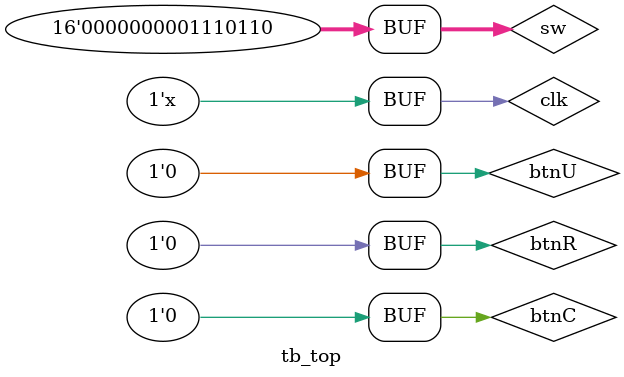
<source format=v>
`timescale 1ns / 1ps


module tb_top;

    reg clk, btnC, btnU, btnR;
    reg [15:0] sw;
    wire [3:0] an;
    wire [6:0] seg;
    wire [15:0] led;

    initial begin
        clk = 1;
        btnC = 0;
        btnU = 0;
        btnR = 0;
        sw = 0;
    end
    
    always begin
        #5 clk = ~clk; 
    end

    Top inst11 (
        .clk(clk),
        .btnC(btnC),
        .btnU(btnU),
        .sw(sw),
        .led(led),
        .seg(seg),
        .an(an)
    );

    initial begin
        #1;
        #(10*1)
        #10;
        sw = sw | (1 << 14);
        #10;
        #10;
        btnC = 1;
        #10;
        btnC = 0;
        #10;
        #10;
        #10;
        #10;
        #10;
        #10;
        sw =  sw | 8'b1100_1011;
        #10;
        #10;
        #10;
        #(1000*10);
        //btnC = 1;
        #10;
        btnC = 0;
        #10;
        #10;
        #10;
        #10;
        #10;
        #10;
        #10;
        #10;
        //btnC = 1;
        #10;
        btnC = 0;
        #(10*4000);    
        btnU = 1;
        #10;
        btnU = 0;
        #(10*4000);
        btnU = 1;
        #10;
        btnU = 0;
        #(10*100);
        btnC= 1;
        #10;
        btnC = 0;
        #10;
        #10;
        #10;
        sw[7:0] = 7'b01110110;
        #10;
        #10;
        #(10*100);
        btnC= 1;
        #10;
        btnC = 0;
        #10;

    end
endmodule

</source>
